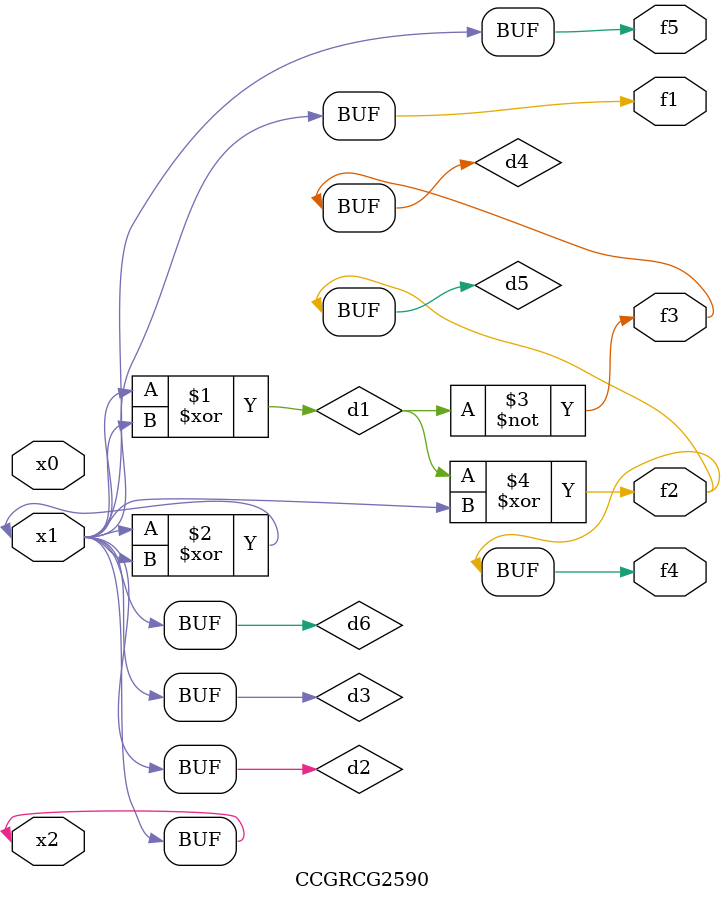
<source format=v>
module CCGRCG2590(
	input x0, x1, x2,
	output f1, f2, f3, f4, f5
);

	wire d1, d2, d3, d4, d5, d6;

	xor (d1, x1, x2);
	buf (d2, x1, x2);
	xor (d3, x1, x2);
	nor (d4, d1);
	xor (d5, d1, d2);
	buf (d6, d2, d3);
	assign f1 = d6;
	assign f2 = d5;
	assign f3 = d4;
	assign f4 = d5;
	assign f5 = d6;
endmodule

</source>
